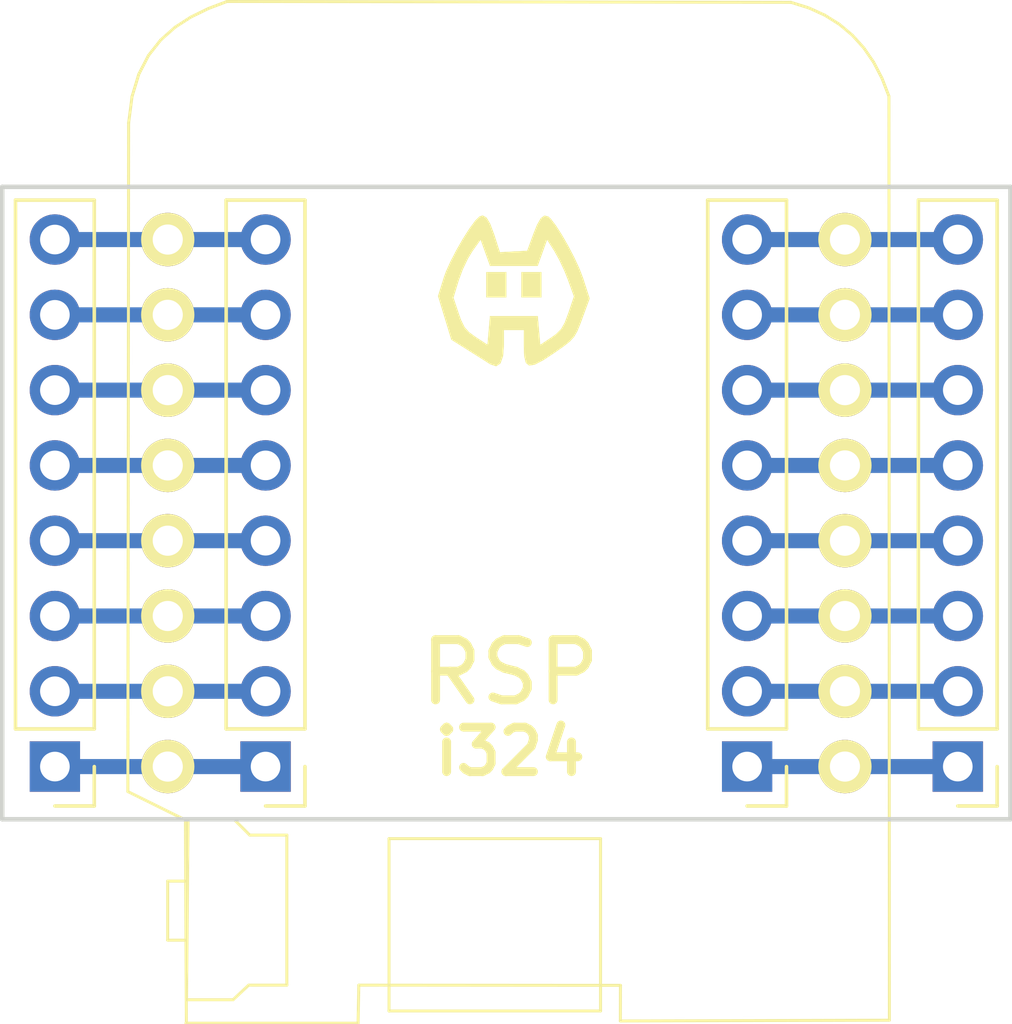
<source format=kicad_pcb>
(kicad_pcb (version 4) (host pcbnew 4.0.7)

  (general
    (links 32)
    (no_connects 0)
    (area 132.340999 52.678265 166.871001 87.647229)
    (thickness 1.6)
    (drawings 6)
    (tracks 32)
    (zones 0)
    (modules 7)
    (nets 17)
  )

  (page A4)
  (layers
    (0 F.Cu signal)
    (31 B.Cu signal)
    (32 B.Adhes user)
    (33 F.Adhes user)
    (34 B.Paste user)
    (35 F.Paste user)
    (36 B.SilkS user)
    (37 F.SilkS user)
    (38 B.Mask user)
    (39 F.Mask user)
    (40 Dwgs.User user)
    (41 Cmts.User user)
    (42 Eco1.User user)
    (43 Eco2.User user)
    (44 Edge.Cuts user)
    (45 Margin user)
    (46 B.CrtYd user)
    (47 F.CrtYd user)
    (48 B.Fab user)
    (49 F.Fab user)
  )

  (setup
    (last_trace_width 0.25)
    (user_trace_width 0.508)
    (trace_clearance 0.2)
    (zone_clearance 0.508)
    (zone_45_only no)
    (trace_min 0.2)
    (segment_width 0.2)
    (edge_width 0.15)
    (via_size 0.6)
    (via_drill 0.4)
    (via_min_size 0.4)
    (via_min_drill 0.3)
    (uvia_size 0.3)
    (uvia_drill 0.1)
    (uvias_allowed no)
    (uvia_min_size 0.2)
    (uvia_min_drill 0.1)
    (pcb_text_width 0.3)
    (pcb_text_size 1.5 1.5)
    (mod_edge_width 0.15)
    (mod_text_size 1 1)
    (mod_text_width 0.15)
    (pad_size 1.524 1.524)
    (pad_drill 0.762)
    (pad_to_mask_clearance 0.2)
    (aux_axis_origin 0 0)
    (visible_elements 7FFFFFFF)
    (pcbplotparams
      (layerselection 0x010f0_80000001)
      (usegerberextensions false)
      (excludeedgelayer true)
      (linewidth 0.100000)
      (plotframeref false)
      (viasonmask false)
      (mode 1)
      (useauxorigin false)
      (hpglpennumber 1)
      (hpglpenspeed 20)
      (hpglpendiameter 15)
      (hpglpenoverlay 2)
      (psnegative false)
      (psa4output false)
      (plotreference true)
      (plotvalue true)
      (plotinvisibletext false)
      (padsonsilk false)
      (subtractmaskfromsilk false)
      (outputformat 1)
      (mirror false)
      (drillshape 0)
      (scaleselection 1)
      (outputdirectory ""))
  )

  (net 0 "")
  (net 1 "Net-(J1-Pad1)")
  (net 2 "Net-(J1-Pad2)")
  (net 3 "Net-(J1-Pad3)")
  (net 4 "Net-(J1-Pad4)")
  (net 5 "Net-(J1-Pad5)")
  (net 6 "Net-(J1-Pad6)")
  (net 7 "Net-(J1-Pad7)")
  (net 8 "Net-(J1-Pad8)")
  (net 9 "Net-(J2-Pad1)")
  (net 10 "Net-(J2-Pad2)")
  (net 11 "Net-(J2-Pad3)")
  (net 12 "Net-(J2-Pad4)")
  (net 13 "Net-(J2-Pad5)")
  (net 14 "Net-(J2-Pad6)")
  (net 15 "Net-(J2-Pad7)")
  (net 16 "Net-(J2-Pad8)")

  (net_class Default "This is the default net class."
    (clearance 0.2)
    (trace_width 0.25)
    (via_dia 0.6)
    (via_drill 0.4)
    (uvia_dia 0.3)
    (uvia_drill 0.1)
    (add_net "Net-(J1-Pad1)")
    (add_net "Net-(J1-Pad2)")
    (add_net "Net-(J1-Pad3)")
    (add_net "Net-(J1-Pad4)")
    (add_net "Net-(J1-Pad5)")
    (add_net "Net-(J1-Pad6)")
    (add_net "Net-(J1-Pad7)")
    (add_net "Net-(J1-Pad8)")
    (add_net "Net-(J2-Pad1)")
    (add_net "Net-(J2-Pad2)")
    (add_net "Net-(J2-Pad3)")
    (add_net "Net-(J2-Pad4)")
    (add_net "Net-(J2-Pad5)")
    (add_net "Net-(J2-Pad6)")
    (add_net "Net-(J2-Pad7)")
    (add_net "Net-(J2-Pad8)")
  )

  (module Pin_Headers:Pin_Header_Straight_1x08_Pitch2.54mm (layer F.Cu) (tedit 5AB6A74F) (tstamp 5AB6CDB7)
    (at 134.366 78.74 180)
    (descr "Through hole straight pin header, 1x08, 2.54mm pitch, single row")
    (tags "Through hole pin header THT 1x08 2.54mm single row")
    (path /5AB6A483)
    (fp_text reference J2 (at 0 -2.33 180) (layer F.SilkS) hide
      (effects (font (size 1 1) (thickness 0.15)))
    )
    (fp_text value "" (at 0 20.11 180) (layer F.Fab)
      (effects (font (size 1 1) (thickness 0.15)))
    )
    (fp_line (start -0.635 -1.27) (end 1.27 -1.27) (layer F.Fab) (width 0.1))
    (fp_line (start 1.27 -1.27) (end 1.27 19.05) (layer F.Fab) (width 0.1))
    (fp_line (start 1.27 19.05) (end -1.27 19.05) (layer F.Fab) (width 0.1))
    (fp_line (start -1.27 19.05) (end -1.27 -0.635) (layer F.Fab) (width 0.1))
    (fp_line (start -1.27 -0.635) (end -0.635 -1.27) (layer F.Fab) (width 0.1))
    (fp_line (start -1.33 19.11) (end 1.33 19.11) (layer F.SilkS) (width 0.12))
    (fp_line (start -1.33 1.27) (end -1.33 19.11) (layer F.SilkS) (width 0.12))
    (fp_line (start 1.33 1.27) (end 1.33 19.11) (layer F.SilkS) (width 0.12))
    (fp_line (start -1.33 1.27) (end 1.33 1.27) (layer F.SilkS) (width 0.12))
    (fp_line (start -1.33 0) (end -1.33 -1.33) (layer F.SilkS) (width 0.12))
    (fp_line (start -1.33 -1.33) (end 0 -1.33) (layer F.SilkS) (width 0.12))
    (fp_line (start -1.8 -1.8) (end -1.8 19.55) (layer F.CrtYd) (width 0.05))
    (fp_line (start -1.8 19.55) (end 1.8 19.55) (layer F.CrtYd) (width 0.05))
    (fp_line (start 1.8 19.55) (end 1.8 -1.8) (layer F.CrtYd) (width 0.05))
    (fp_line (start 1.8 -1.8) (end -1.8 -1.8) (layer F.CrtYd) (width 0.05))
    (fp_text user %R (at 0 8.89 270) (layer F.Fab)
      (effects (font (size 1 1) (thickness 0.15)))
    )
    (pad 1 thru_hole rect (at 0 0 180) (size 1.7 1.7) (drill 1) (layers *.Cu *.Mask)
      (net 9 "Net-(J2-Pad1)"))
    (pad 2 thru_hole oval (at 0 2.54 180) (size 1.7 1.7) (drill 1) (layers *.Cu *.Mask)
      (net 10 "Net-(J2-Pad2)"))
    (pad 3 thru_hole oval (at 0 5.08 180) (size 1.7 1.7) (drill 1) (layers *.Cu *.Mask)
      (net 11 "Net-(J2-Pad3)"))
    (pad 4 thru_hole oval (at 0 7.62 180) (size 1.7 1.7) (drill 1) (layers *.Cu *.Mask)
      (net 12 "Net-(J2-Pad4)"))
    (pad 5 thru_hole oval (at 0 10.16 180) (size 1.7 1.7) (drill 1) (layers *.Cu *.Mask)
      (net 13 "Net-(J2-Pad5)"))
    (pad 6 thru_hole oval (at 0 12.7 180) (size 1.7 1.7) (drill 1) (layers *.Cu *.Mask)
      (net 14 "Net-(J2-Pad6)"))
    (pad 7 thru_hole oval (at 0 15.24 180) (size 1.7 1.7) (drill 1) (layers *.Cu *.Mask)
      (net 15 "Net-(J2-Pad7)"))
    (pad 8 thru_hole oval (at 0 17.78 180) (size 1.7 1.7) (drill 1) (layers *.Cu *.Mask)
      (net 16 "Net-(J2-Pad8)"))
    (model ${KISYS3DMOD}/Pin_Headers.3dshapes/Pin_Header_Straight_1x08_Pitch2.54mm.wrl
      (at (xyz 0 0 0))
      (scale (xyz 1 1 1))
      (rotate (xyz 0 0 0))
    )
  )

  (module Pin_Headers:Pin_Header_Straight_1x08_Pitch2.54mm (layer F.Cu) (tedit 5AB6A752) (tstamp 5AB6ACDB)
    (at 157.734 78.74 180)
    (descr "Through hole straight pin header, 1x08, 2.54mm pitch, single row")
    (tags "Through hole pin header THT 1x08 2.54mm single row")
    (path /5AB6A4D8)
    (fp_text reference J1 (at 0 -2.33 180) (layer F.SilkS) hide
      (effects (font (size 1 1) (thickness 0.15)))
    )
    (fp_text value "" (at 0 20.11 180) (layer F.Fab)
      (effects (font (size 1 1) (thickness 0.15)))
    )
    (fp_line (start -0.635 -1.27) (end 1.27 -1.27) (layer F.Fab) (width 0.1))
    (fp_line (start 1.27 -1.27) (end 1.27 19.05) (layer F.Fab) (width 0.1))
    (fp_line (start 1.27 19.05) (end -1.27 19.05) (layer F.Fab) (width 0.1))
    (fp_line (start -1.27 19.05) (end -1.27 -0.635) (layer F.Fab) (width 0.1))
    (fp_line (start -1.27 -0.635) (end -0.635 -1.27) (layer F.Fab) (width 0.1))
    (fp_line (start -1.33 19.11) (end 1.33 19.11) (layer F.SilkS) (width 0.12))
    (fp_line (start -1.33 1.27) (end -1.33 19.11) (layer F.SilkS) (width 0.12))
    (fp_line (start 1.33 1.27) (end 1.33 19.11) (layer F.SilkS) (width 0.12))
    (fp_line (start -1.33 1.27) (end 1.33 1.27) (layer F.SilkS) (width 0.12))
    (fp_line (start -1.33 0) (end -1.33 -1.33) (layer F.SilkS) (width 0.12))
    (fp_line (start -1.33 -1.33) (end 0 -1.33) (layer F.SilkS) (width 0.12))
    (fp_line (start -1.8 -1.8) (end -1.8 19.55) (layer F.CrtYd) (width 0.05))
    (fp_line (start -1.8 19.55) (end 1.8 19.55) (layer F.CrtYd) (width 0.05))
    (fp_line (start 1.8 19.55) (end 1.8 -1.8) (layer F.CrtYd) (width 0.05))
    (fp_line (start 1.8 -1.8) (end -1.8 -1.8) (layer F.CrtYd) (width 0.05))
    (fp_text user %R (at 0 8.89 270) (layer F.Fab)
      (effects (font (size 1 1) (thickness 0.15)))
    )
    (pad 1 thru_hole rect (at 0 0 180) (size 1.7 1.7) (drill 1) (layers *.Cu *.Mask)
      (net 1 "Net-(J1-Pad1)"))
    (pad 2 thru_hole oval (at 0 2.54 180) (size 1.7 1.7) (drill 1) (layers *.Cu *.Mask)
      (net 2 "Net-(J1-Pad2)"))
    (pad 3 thru_hole oval (at 0 5.08 180) (size 1.7 1.7) (drill 1) (layers *.Cu *.Mask)
      (net 3 "Net-(J1-Pad3)"))
    (pad 4 thru_hole oval (at 0 7.62 180) (size 1.7 1.7) (drill 1) (layers *.Cu *.Mask)
      (net 4 "Net-(J1-Pad4)"))
    (pad 5 thru_hole oval (at 0 10.16 180) (size 1.7 1.7) (drill 1) (layers *.Cu *.Mask)
      (net 5 "Net-(J1-Pad5)"))
    (pad 6 thru_hole oval (at 0 12.7 180) (size 1.7 1.7) (drill 1) (layers *.Cu *.Mask)
      (net 6 "Net-(J1-Pad6)"))
    (pad 7 thru_hole oval (at 0 15.24 180) (size 1.7 1.7) (drill 1) (layers *.Cu *.Mask)
      (net 7 "Net-(J1-Pad7)"))
    (pad 8 thru_hole oval (at 0 17.78 180) (size 1.7 1.7) (drill 1) (layers *.Cu *.Mask)
      (net 8 "Net-(J1-Pad8)"))
    (model ${KISYS3DMOD}/Pin_Headers.3dshapes/Pin_Header_Straight_1x08_Pitch2.54mm.wrl
      (at (xyz 0 0 0))
      (scale (xyz 1 1 1))
      (rotate (xyz 0 0 0))
    )
  )

  (module Pin_Headers:Pin_Header_Straight_1x08_Pitch2.54mm (layer F.Cu) (tedit 5AB6A74F) (tstamp 5AB6ACA2)
    (at 141.478 78.74 180)
    (descr "Through hole straight pin header, 1x08, 2.54mm pitch, single row")
    (tags "Through hole pin header THT 1x08 2.54mm single row")
    (path /5AB6A483)
    (fp_text reference J2 (at 0 -2.33 180) (layer F.SilkS) hide
      (effects (font (size 1 1) (thickness 0.15)))
    )
    (fp_text value "" (at 0 20.11 180) (layer F.Fab)
      (effects (font (size 1 1) (thickness 0.15)))
    )
    (fp_line (start -0.635 -1.27) (end 1.27 -1.27) (layer F.Fab) (width 0.1))
    (fp_line (start 1.27 -1.27) (end 1.27 19.05) (layer F.Fab) (width 0.1))
    (fp_line (start 1.27 19.05) (end -1.27 19.05) (layer F.Fab) (width 0.1))
    (fp_line (start -1.27 19.05) (end -1.27 -0.635) (layer F.Fab) (width 0.1))
    (fp_line (start -1.27 -0.635) (end -0.635 -1.27) (layer F.Fab) (width 0.1))
    (fp_line (start -1.33 19.11) (end 1.33 19.11) (layer F.SilkS) (width 0.12))
    (fp_line (start -1.33 1.27) (end -1.33 19.11) (layer F.SilkS) (width 0.12))
    (fp_line (start 1.33 1.27) (end 1.33 19.11) (layer F.SilkS) (width 0.12))
    (fp_line (start -1.33 1.27) (end 1.33 1.27) (layer F.SilkS) (width 0.12))
    (fp_line (start -1.33 0) (end -1.33 -1.33) (layer F.SilkS) (width 0.12))
    (fp_line (start -1.33 -1.33) (end 0 -1.33) (layer F.SilkS) (width 0.12))
    (fp_line (start -1.8 -1.8) (end -1.8 19.55) (layer F.CrtYd) (width 0.05))
    (fp_line (start -1.8 19.55) (end 1.8 19.55) (layer F.CrtYd) (width 0.05))
    (fp_line (start 1.8 19.55) (end 1.8 -1.8) (layer F.CrtYd) (width 0.05))
    (fp_line (start 1.8 -1.8) (end -1.8 -1.8) (layer F.CrtYd) (width 0.05))
    (fp_text user %R (at 0 8.89 270) (layer F.Fab)
      (effects (font (size 1 1) (thickness 0.15)))
    )
    (pad 1 thru_hole rect (at 0 0 180) (size 1.7 1.7) (drill 1) (layers *.Cu *.Mask)
      (net 9 "Net-(J2-Pad1)"))
    (pad 2 thru_hole oval (at 0 2.54 180) (size 1.7 1.7) (drill 1) (layers *.Cu *.Mask)
      (net 10 "Net-(J2-Pad2)"))
    (pad 3 thru_hole oval (at 0 5.08 180) (size 1.7 1.7) (drill 1) (layers *.Cu *.Mask)
      (net 11 "Net-(J2-Pad3)"))
    (pad 4 thru_hole oval (at 0 7.62 180) (size 1.7 1.7) (drill 1) (layers *.Cu *.Mask)
      (net 12 "Net-(J2-Pad4)"))
    (pad 5 thru_hole oval (at 0 10.16 180) (size 1.7 1.7) (drill 1) (layers *.Cu *.Mask)
      (net 13 "Net-(J2-Pad5)"))
    (pad 6 thru_hole oval (at 0 12.7 180) (size 1.7 1.7) (drill 1) (layers *.Cu *.Mask)
      (net 14 "Net-(J2-Pad6)"))
    (pad 7 thru_hole oval (at 0 15.24 180) (size 1.7 1.7) (drill 1) (layers *.Cu *.Mask)
      (net 15 "Net-(J2-Pad7)"))
    (pad 8 thru_hole oval (at 0 17.78 180) (size 1.7 1.7) (drill 1) (layers *.Cu *.Mask)
      (net 16 "Net-(J2-Pad8)"))
    (model ${KISYS3DMOD}/Pin_Headers.3dshapes/Pin_Header_Straight_1x08_Pitch2.54mm.wrl
      (at (xyz 0 0 0))
      (scale (xyz 1 1 1))
      (rotate (xyz 0 0 0))
    )
  )

  (module modules:D1_mini_board (layer F.Cu) (tedit 5AB6A74B) (tstamp 5AB6A49C)
    (at 147.32 71.12)
    (path /5AB6A3BF)
    (fp_text reference U1 (at 1.397 -14.351) (layer F.SilkS) hide
      (effects (font (size 1 1) (thickness 0.15)))
    )
    (fp_text value WeMos_mini (at 1.397 -16.637) (layer F.Fab)
      (effects (font (size 1 1) (thickness 0.15)))
    )
    (fp_line (start -8.531472 16.277228) (end -2.72018 16.277228) (layer F.SilkS) (width 0.1))
    (fp_line (start -2.72018 16.277228) (end -2.693849 14.993795) (layer F.SilkS) (width 0.1))
    (fp_line (start -2.693849 14.993795) (end 6.137373 15.000483) (layer F.SilkS) (width 0.1))
    (fp_line (start 6.137373 15.000483) (end 6.135397 16.202736) (layer F.SilkS) (width 0.1))
    (fp_line (start 6.135397 16.202736) (end 15.216193 16.176658) (layer F.SilkS) (width 0.1))
    (fp_line (start 15.216193 16.176658) (end 15.202195 -14.993493) (layer F.SilkS) (width 0.1))
    (fp_line (start 15.202195 -14.993493) (end 14.969384 -15.596286) (layer F.SilkS) (width 0.1))
    (fp_line (start 14.969384 -15.596286) (end 14.685901 -16.141167) (layer F.SilkS) (width 0.1))
    (fp_line (start 14.685901 -16.141167) (end 14.351253 -16.627577) (layer F.SilkS) (width 0.1))
    (fp_line (start 14.351253 -16.627577) (end 13.964953 -17.054952) (layer F.SilkS) (width 0.1))
    (fp_line (start 13.964953 -17.054952) (end 13.526512 -17.422741) (layer F.SilkS) (width 0.1))
    (fp_line (start 13.526512 -17.422741) (end 13.03544 -17.730377) (layer F.SilkS) (width 0.1))
    (fp_line (start 13.03544 -17.730377) (end 12.49125 -17.97731) (layer F.SilkS) (width 0.1))
    (fp_line (start 12.49125 -17.97731) (end 11.893453 -18.162976) (layer F.SilkS) (width 0.1))
    (fp_line (start 11.893453 -18.162976) (end -7.14446 -18.191734) (layer F.SilkS) (width 0.1))
    (fp_line (start -7.14446 -18.191734) (end -7.763824 -17.957741) (layer F.SilkS) (width 0.1))
    (fp_line (start -7.763824 -17.957741) (end -8.352018 -17.673258) (layer F.SilkS) (width 0.1))
    (fp_line (start -8.352018 -17.673258) (end -8.895445 -17.323743) (layer F.SilkS) (width 0.1))
    (fp_line (start -8.895445 -17.323743) (end -9.380503 -16.894658) (layer F.SilkS) (width 0.1))
    (fp_line (start -9.380503 -16.894658) (end -9.793595 -16.37146) (layer F.SilkS) (width 0.1))
    (fp_line (start -9.793595 -16.37146) (end -10.121122 -15.739613) (layer F.SilkS) (width 0.1))
    (fp_line (start -10.121122 -15.739613) (end -10.349482 -14.984575) (layer F.SilkS) (width 0.1))
    (fp_line (start -10.349482 -14.984575) (end -10.465078 -14.091807) (layer F.SilkS) (width 0.1))
    (fp_line (start -10.465078 -14.091807) (end -10.490026 8.463285) (layer F.SilkS) (width 0.1))
    (fp_line (start -10.490026 8.463285) (end -8.54648 9.424181) (layer F.SilkS) (width 0.1))
    (fp_line (start -8.54648 9.424181) (end -8.516686 16.232524) (layer F.SilkS) (width 0.1))
    (fp_line (start 5.46565 10.051451) (end -1.673931 10.051451) (layer F.SilkS) (width 0.1))
    (fp_line (start -1.673931 10.051451) (end -1.673931 15.865188) (layer F.SilkS) (width 0.1))
    (fp_line (start -1.673931 15.865188) (end 5.46565 15.865188) (layer F.SilkS) (width 0.1))
    (fp_line (start 5.46565 15.865188) (end 5.46565 10.051451) (layer F.SilkS) (width 0.1))
    (fp_line (start -8.4576 9.402349) (end -6.905378 9.402349) (layer F.SilkS) (width 0.1))
    (fp_line (start -6.905378 9.402349) (end -6.376211 9.931515) (layer F.SilkS) (width 0.1))
    (fp_line (start -6.376211 9.931515) (end -5.12385 9.931515) (layer F.SilkS) (width 0.1))
    (fp_line (start -5.12385 9.931515) (end -5.12385 14.993876) (layer F.SilkS) (width 0.1))
    (fp_line (start -5.12385 14.993876) (end -6.411489 14.993876) (layer F.SilkS) (width 0.1))
    (fp_line (start -6.411489 14.993876) (end -6.940656 15.487765) (layer F.SilkS) (width 0.1))
    (fp_line (start -6.940656 15.487765) (end -8.510517 15.487765) (layer F.SilkS) (width 0.1))
    (fp_line (start -8.510517 15.487765) (end -8.4576 9.402349) (layer F.SilkS) (width 0.1))
    (fp_line (start -8.492878 11.483738) (end -9.145517 11.483738) (layer F.SilkS) (width 0.1))
    (fp_line (start -9.145517 11.483738) (end -9.145517 13.476932) (layer F.SilkS) (width 0.1))
    (fp_line (start -9.145517 13.476932) (end -8.528156 13.476932) (layer F.SilkS) (width 0.1))
    (pad 8 thru_hole circle (at 13.716 -10.16) (size 1.8 1.8) (drill 1.016) (layers *.Cu *.Mask F.SilkS)
      (net 8 "Net-(J1-Pad8)"))
    (pad 7 thru_hole circle (at 13.716 -7.62) (size 1.8 1.8) (drill 1.016) (layers *.Cu *.Mask F.SilkS)
      (net 7 "Net-(J1-Pad7)"))
    (pad 6 thru_hole circle (at 13.716 -5.08) (size 1.8 1.8) (drill 1.016) (layers *.Cu *.Mask F.SilkS)
      (net 6 "Net-(J1-Pad6)"))
    (pad 5 thru_hole circle (at 13.716 -2.54) (size 1.8 1.8) (drill 1.016) (layers *.Cu *.Mask F.SilkS)
      (net 5 "Net-(J1-Pad5)"))
    (pad 4 thru_hole circle (at 13.716 0) (size 1.8 1.8) (drill 1.016) (layers *.Cu *.Mask F.SilkS)
      (net 4 "Net-(J1-Pad4)"))
    (pad 3 thru_hole circle (at 13.716 2.54) (size 1.8 1.8) (drill 1.016) (layers *.Cu *.Mask F.SilkS)
      (net 3 "Net-(J1-Pad3)"))
    (pad 2 thru_hole circle (at 13.716 5.08) (size 1.8 1.8) (drill 1.016) (layers *.Cu *.Mask F.SilkS)
      (net 2 "Net-(J1-Pad2)"))
    (pad 1 thru_hole circle (at 13.716 7.62) (size 1.8 1.8) (drill 1.016) (layers *.Cu *.Mask F.SilkS)
      (net 1 "Net-(J1-Pad1)"))
    (pad 16 thru_hole circle (at -9.144 7.62) (size 1.8 1.8) (drill 1.016) (layers *.Cu *.Mask F.SilkS)
      (net 9 "Net-(J2-Pad1)"))
    (pad 15 thru_hole circle (at -9.144 5.08) (size 1.8 1.8) (drill 1.016) (layers *.Cu *.Mask F.SilkS)
      (net 10 "Net-(J2-Pad2)"))
    (pad 14 thru_hole circle (at -9.144 2.54) (size 1.8 1.8) (drill 1.016) (layers *.Cu *.Mask F.SilkS)
      (net 11 "Net-(J2-Pad3)"))
    (pad 13 thru_hole circle (at -9.144 0) (size 1.8 1.8) (drill 1.016) (layers *.Cu *.Mask F.SilkS)
      (net 12 "Net-(J2-Pad4)"))
    (pad 12 thru_hole circle (at -9.144 -2.54) (size 1.8 1.8) (drill 1.016) (layers *.Cu *.Mask F.SilkS)
      (net 13 "Net-(J2-Pad5)"))
    (pad 11 thru_hole circle (at -9.144 -5.08) (size 1.8 1.8) (drill 1.016) (layers *.Cu *.Mask F.SilkS)
      (net 14 "Net-(J2-Pad6)"))
    (pad 10 thru_hole circle (at -9.144 -7.62) (size 1.8 1.8) (drill 1.016) (layers *.Cu *.Mask F.SilkS)
      (net 15 "Net-(J2-Pad7)"))
    (pad 9 thru_hole circle (at -9.144 -10.16) (size 1.8 1.8) (drill 1.016) (layers *.Cu *.Mask F.SilkS)
      (net 16 "Net-(J2-Pad8)"))
  )

  (module Pin_Headers:Pin_Header_Straight_1x08_Pitch2.54mm (layer F.Cu) (tedit 5AB6A752) (tstamp 5AB6CD9B)
    (at 164.846 78.74 180)
    (descr "Through hole straight pin header, 1x08, 2.54mm pitch, single row")
    (tags "Through hole pin header THT 1x08 2.54mm single row")
    (path /5AB6A4D8)
    (fp_text reference J1 (at 0 -2.33 180) (layer F.SilkS) hide
      (effects (font (size 1 1) (thickness 0.15)))
    )
    (fp_text value "" (at 0 20.11 180) (layer F.Fab)
      (effects (font (size 1 1) (thickness 0.15)))
    )
    (fp_line (start -0.635 -1.27) (end 1.27 -1.27) (layer F.Fab) (width 0.1))
    (fp_line (start 1.27 -1.27) (end 1.27 19.05) (layer F.Fab) (width 0.1))
    (fp_line (start 1.27 19.05) (end -1.27 19.05) (layer F.Fab) (width 0.1))
    (fp_line (start -1.27 19.05) (end -1.27 -0.635) (layer F.Fab) (width 0.1))
    (fp_line (start -1.27 -0.635) (end -0.635 -1.27) (layer F.Fab) (width 0.1))
    (fp_line (start -1.33 19.11) (end 1.33 19.11) (layer F.SilkS) (width 0.12))
    (fp_line (start -1.33 1.27) (end -1.33 19.11) (layer F.SilkS) (width 0.12))
    (fp_line (start 1.33 1.27) (end 1.33 19.11) (layer F.SilkS) (width 0.12))
    (fp_line (start -1.33 1.27) (end 1.33 1.27) (layer F.SilkS) (width 0.12))
    (fp_line (start -1.33 0) (end -1.33 -1.33) (layer F.SilkS) (width 0.12))
    (fp_line (start -1.33 -1.33) (end 0 -1.33) (layer F.SilkS) (width 0.12))
    (fp_line (start -1.8 -1.8) (end -1.8 19.55) (layer F.CrtYd) (width 0.05))
    (fp_line (start -1.8 19.55) (end 1.8 19.55) (layer F.CrtYd) (width 0.05))
    (fp_line (start 1.8 19.55) (end 1.8 -1.8) (layer F.CrtYd) (width 0.05))
    (fp_line (start 1.8 -1.8) (end -1.8 -1.8) (layer F.CrtYd) (width 0.05))
    (fp_text user %R (at 0 8.89 270) (layer F.Fab)
      (effects (font (size 1 1) (thickness 0.15)))
    )
    (pad 1 thru_hole rect (at 0 0 180) (size 1.7 1.7) (drill 1) (layers *.Cu *.Mask)
      (net 1 "Net-(J1-Pad1)"))
    (pad 2 thru_hole oval (at 0 2.54 180) (size 1.7 1.7) (drill 1) (layers *.Cu *.Mask)
      (net 2 "Net-(J1-Pad2)"))
    (pad 3 thru_hole oval (at 0 5.08 180) (size 1.7 1.7) (drill 1) (layers *.Cu *.Mask)
      (net 3 "Net-(J1-Pad3)"))
    (pad 4 thru_hole oval (at 0 7.62 180) (size 1.7 1.7) (drill 1) (layers *.Cu *.Mask)
      (net 4 "Net-(J1-Pad4)"))
    (pad 5 thru_hole oval (at 0 10.16 180) (size 1.7 1.7) (drill 1) (layers *.Cu *.Mask)
      (net 5 "Net-(J1-Pad5)"))
    (pad 6 thru_hole oval (at 0 12.7 180) (size 1.7 1.7) (drill 1) (layers *.Cu *.Mask)
      (net 6 "Net-(J1-Pad6)"))
    (pad 7 thru_hole oval (at 0 15.24 180) (size 1.7 1.7) (drill 1) (layers *.Cu *.Mask)
      (net 7 "Net-(J1-Pad7)"))
    (pad 8 thru_hole oval (at 0 17.78 180) (size 1.7 1.7) (drill 1) (layers *.Cu *.Mask)
      (net 8 "Net-(J1-Pad8)"))
    (model ${KISYS3DMOD}/Pin_Headers.3dshapes/Pin_Header_Straight_1x08_Pitch2.54mm.wrl
      (at (xyz 0 0 0))
      (scale (xyz 1 1 1))
      (rotate (xyz 0 0 0))
    )
  )

  (module Mounting_Holes:MountingHole_3.2mm_M3 (layer F.Cu) (tedit 5AB6ABCA) (tstamp 5AB6D0F2)
    (at 149.86 70.104)
    (descr "Mounting Hole 3.2mm, no annular, M3")
    (tags "mounting hole 3.2mm no annular m3")
    (attr virtual)
    (fp_text reference REF** (at 0 -4.2) (layer F.SilkS) hide
      (effects (font (size 1 1) (thickness 0.15)))
    )
    (fp_text value "" (at 0 4.2) (layer F.Fab)
      (effects (font (size 1 1) (thickness 0.15)))
    )
    (fp_text user %R (at 0.3 0) (layer F.Fab)
      (effects (font (size 1 1) (thickness 0.15)))
    )
    (fp_circle (center 0 0) (end 3.2 0) (layer Cmts.User) (width 0.15))
    (fp_circle (center 0 0) (end 3.45 0) (layer F.CrtYd) (width 0.05))
    (pad 1 np_thru_hole circle (at 0 0) (size 3.2 3.2) (drill 3.2) (layers *.Cu *.Mask))
  )

  (module modules:madcat10 (layer B.Cu) (tedit 0) (tstamp 5AB6AE8A)
    (at 149.86 62.738 180)
    (fp_text reference G*** (at 0 0 180) (layer F.SilkS) hide
      (effects (font (thickness 0.3)))
    )
    (fp_text value LOGO (at 0.75 0 180) (layer F.SilkS) hide
      (effects (font (thickness 0.3)))
    )
    (fp_poly (pts (xy 1.16084 2.553334) (xy 1.305487 2.409736) (xy 1.497113 2.149558) (xy 1.713478 1.810757)
      (xy 1.932345 1.431293) (xy 2.131476 1.049126) (xy 2.288631 0.702214) (xy 2.359953 0.50653)
      (xy 2.557458 -0.12994) (xy 2.333583 -0.863911) (xy 2.109709 -1.597881) (xy 1.541687 -1.955253)
      (xy 1.245297 -2.142142) (xy 0.984248 -2.307476) (xy 0.808756 -2.419439) (xy 0.792703 -2.429801)
      (xy 0.596688 -2.493125) (xy 0.45376 -2.398908) (xy 0.366806 -2.151332) (xy 0.338666 -1.771952)
      (xy 0.338666 -1.27) (xy -0.338667 -1.27) (xy -0.338667 -1.817354) (xy -0.352581 -2.163151)
      (xy -0.406408 -2.379354) (xy -0.518281 -2.470106) (xy -0.706331 -2.439552) (xy -0.988689 -2.291833)
      (xy -1.356244 -2.049886) (xy -1.675787 -1.826713) (xy -1.890196 -1.657393) (xy -2.03391 -1.499892)
      (xy -2.141363 -1.312177) (xy -2.246993 -1.052214) (xy -2.307317 -0.889) (xy -2.556088 -0.211666)
      (xy -2.533687 -0.142104) (xy -2.030059 -0.142104) (xy -1.839238 -0.707791) (xy -1.718039 -1.030741)
      (xy -1.59499 -1.245802) (xy -1.430237 -1.410098) (xy -1.268709 -1.525519) (xy -0.889 -1.77756)
      (xy -0.846667 -1.290946) (xy -0.804334 -0.804333) (xy 0.804333 -0.804333) (xy 0.846666 -1.289416)
      (xy 0.889 -1.774499) (xy 1.286612 -1.515193) (xy 1.518221 -1.346305) (xy 1.670501 -1.172044)
      (xy 1.787545 -0.931517) (xy 1.86268 -0.719626) (xy 2.041136 -0.183365) (xy 1.863918 0.400087)
      (xy 1.727686 0.767959) (xy 1.552322 1.135708) (xy 1.404285 1.38076) (xy 1.121871 1.777982)
      (xy 0.802305 0.889) (xy -0.802306 0.889) (xy -0.962058 1.333406) (xy -1.121811 1.777812)
      (xy -1.37192 1.383431) (xy -1.53607 1.087121) (xy -1.708138 0.718527) (xy -1.826044 0.423473)
      (xy -2.030059 -0.142104) (xy -2.533687 -0.142104) (xy -2.332958 0.481209) (xy -2.209927 0.801397)
      (xy -2.035548 1.176046) (xy -1.830809 1.568048) (xy -1.616701 1.940294) (xy -1.414215 2.255675)
      (xy -1.24434 2.477083) (xy -1.160874 2.553334) (xy -1.032567 2.585191) (xy -0.910946 2.49619)
      (xy -0.782411 2.270332) (xy -0.659161 1.963186) (xy -0.452143 1.397) (xy 0.472291 1.347282)
      (xy 0.661721 1.935443) (xy 0.798022 2.303326) (xy 0.924448 2.516487) (xy 1.05178 2.588274)
      (xy 1.16084 2.553334)) (layer F.SilkS) (width 0.01))
    (fp_poly (pts (xy -0.254 -0.169333) (xy -0.931334 -0.169333) (xy -0.931334 0.677334) (xy -0.254 0.677334)
      (xy -0.254 -0.169333)) (layer F.SilkS) (width 0.01))
    (fp_poly (pts (xy 0.931333 -0.169333) (xy 0.254 -0.169333) (xy 0.254 0.677334) (xy 0.931333 0.677334)
      (xy 0.931333 -0.169333)) (layer F.SilkS) (width 0.01))
  )

  (gr_line (start 166.624 80.518) (end 132.588 80.518) (angle 90) (layer Edge.Cuts) (width 0.15))
  (gr_line (start 132.588 59.182) (end 166.624 59.182) (angle 90) (layer Edge.Cuts) (width 0.15))
  (gr_text i324 (at 149.733 78.232) (layer F.SilkS)
    (effects (font (size 1.5 1.5) (thickness 0.3)))
  )
  (gr_text RSP (at 149.733 75.565) (layer F.SilkS)
    (effects (font (size 2.032 2.032) (thickness 0.3)))
  )
  (gr_line (start 166.624 80.518) (end 166.624 59.182) (angle 90) (layer Edge.Cuts) (width 0.15))
  (gr_line (start 132.588 59.182) (end 132.588 80.518) (angle 90) (layer Edge.Cuts) (width 0.15))

  (segment (start 157.734 78.74) (end 161.036 78.74) (width 0.508) (layer B.Cu) (net 1) (status 10))
  (segment (start 161.036 78.74) (end 164.846 78.74) (width 0.508) (layer B.Cu) (net 1) (status 20))
  (segment (start 161.036 76.2) (end 157.734 76.2) (width 0.508) (layer B.Cu) (net 2) (status 20))
  (segment (start 161.036 76.2) (end 164.846 76.2) (width 0.508) (layer B.Cu) (net 2) (status 20))
  (segment (start 157.734 73.66) (end 161.036 73.66) (width 0.508) (layer B.Cu) (net 3) (status 10))
  (segment (start 164.846 73.66) (end 161.036 73.66) (width 0.508) (layer B.Cu) (net 3) (status 10))
  (segment (start 161.036 71.12) (end 157.734 71.12) (width 0.508) (layer B.Cu) (net 4) (status 20))
  (segment (start 164.846 71.12) (end 161.036 71.12) (width 0.508) (layer B.Cu) (net 4) (status 10))
  (segment (start 157.734 68.58) (end 161.036 68.58) (width 0.508) (layer B.Cu) (net 5) (status 10))
  (segment (start 161.036 68.58) (end 164.846 68.58) (width 0.508) (layer B.Cu) (net 5) (status 20))
  (segment (start 161.036 66.04) (end 157.734 66.04) (width 0.508) (layer B.Cu) (net 6) (status 20))
  (segment (start 161.036 66.04) (end 164.846 66.04) (width 0.508) (layer B.Cu) (net 6) (status 20))
  (segment (start 157.734 63.5) (end 161.036 63.5) (width 0.508) (layer B.Cu) (net 7) (status 10))
  (segment (start 161.036 63.5) (end 164.846 63.5) (width 0.508) (layer B.Cu) (net 7) (status 20))
  (segment (start 161.036 60.96) (end 157.734 60.96) (width 0.508) (layer B.Cu) (net 8) (status 20))
  (segment (start 161.036 60.96) (end 164.846 60.96) (width 0.508) (layer B.Cu) (net 8) (status 20))
  (segment (start 138.176 78.74) (end 141.478 78.74) (width 0.508) (layer B.Cu) (net 9) (status 20))
  (segment (start 138.176 78.74) (end 134.366 78.74) (width 0.508) (layer B.Cu) (net 9) (status 20))
  (segment (start 141.478 76.2) (end 138.176 76.2) (width 0.508) (layer B.Cu) (net 10) (status 10))
  (segment (start 138.176 76.2) (end 134.366 76.2) (width 0.508) (layer B.Cu) (net 10) (status 20))
  (segment (start 138.176 73.66) (end 141.478 73.66) (width 0.508) (layer B.Cu) (net 11) (status 20))
  (segment (start 134.366 73.66) (end 138.176 73.66) (width 0.508) (layer B.Cu) (net 11) (status 10))
  (segment (start 141.478 71.12) (end 138.176 71.12) (width 0.508) (layer B.Cu) (net 12) (status 10))
  (segment (start 138.176 71.12) (end 134.366 71.12) (width 0.508) (layer B.Cu) (net 12) (status 20))
  (segment (start 138.176 68.58) (end 141.478 68.58) (width 0.508) (layer B.Cu) (net 13) (status 20))
  (segment (start 134.366 68.58) (end 138.176 68.58) (width 0.508) (layer B.Cu) (net 13) (status 10))
  (segment (start 138.176 66.04) (end 141.478 66.04) (width 0.508) (layer B.Cu) (net 14) (status 20))
  (segment (start 138.176 66.04) (end 134.366 66.04) (width 0.508) (layer B.Cu) (net 14) (status 20))
  (segment (start 141.478 63.5) (end 138.176 63.5) (width 0.508) (layer B.Cu) (net 15) (status 10))
  (segment (start 138.176 63.5) (end 134.366 63.5) (width 0.508) (layer B.Cu) (net 15) (status 20))
  (segment (start 138.176 60.96) (end 141.478 60.96) (width 0.508) (layer B.Cu) (net 16) (status 20))
  (segment (start 134.366 60.96) (end 138.176 60.96) (width 0.508) (layer B.Cu) (net 16) (status 10))

)

</source>
